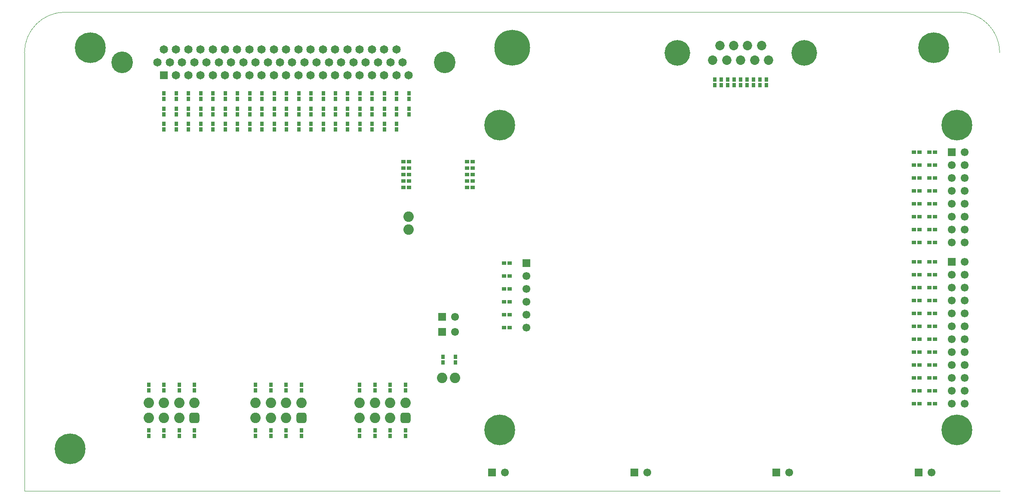
<source format=gbs>
%FSLAX25Y25*%
%MOIN*%
G70*
G01*
G75*
G04 Layer_Color=16711935*
%ADD10R,0.02756X0.03150*%
%ADD11O,0.06890X0.01181*%
%ADD12R,0.12598X0.07874*%
%ADD13R,0.03150X0.02756*%
%ADD14R,0.05118X0.03150*%
%ADD15R,0.05906X0.02362*%
%ADD16O,0.08661X0.02362*%
%ADD17R,0.11000X0.02900*%
%ADD18C,0.01000*%
%ADD19C,0.02000*%
%ADD20C,0.03000*%
%ADD21C,0.01181*%
%ADD22C,0.01800*%
%ADD23C,0.00100*%
%ADD24C,0.07874*%
%ADD25R,0.05906X0.05906*%
%ADD26C,0.05906*%
%ADD27C,0.07087*%
%ADD28C,0.19685*%
%ADD29C,0.16535*%
%ADD30C,0.06299*%
%ADD31R,0.06299X0.06299*%
%ADD32C,0.27559*%
%ADD33C,0.23622*%
%ADD34R,0.05906X0.05906*%
G04:AMPARAMS|DCode=35|XSize=78.74mil|YSize=78.74mil|CornerRadius=19.69mil|HoleSize=0mil|Usage=FLASHONLY|Rotation=0.000|XOffset=0mil|YOffset=0mil|HoleType=Round|Shape=RoundedRectangle|*
%AMROUNDEDRECTD35*
21,1,0.07874,0.03937,0,0,0.0*
21,1,0.03937,0.07874,0,0,0.0*
1,1,0.03937,0.01969,-0.01969*
1,1,0.03937,-0.01969,-0.01969*
1,1,0.03937,-0.01969,0.01969*
1,1,0.03937,0.01969,0.01969*
%
%ADD35ROUNDEDRECTD35*%
%ADD36C,0.02362*%
%ADD37C,0.02756*%
%ADD38C,0.01969*%
%ADD39C,0.03937*%
%ADD40C,0.04000*%
%ADD41C,0.04000*%
%ADD42C,0.00787*%
%ADD43C,0.08331*%
%ADD44C,0.07543*%
%ADD45C,0.08685*%
%ADD46C,0.16520*%
%ADD47C,0.17779*%
%ADD48C,0.16205*%
G04:AMPARAMS|DCode=49|XSize=95.433mil|YSize=95.433mil|CornerRadius=0mil|HoleSize=0mil|Usage=FLASHONLY|Rotation=0.000|XOffset=0mil|YOffset=0mil|HoleType=Round|Shape=Relief|Width=10mil|Gap=10mil|Entries=4|*
%AMTHD49*
7,0,0,0.09543,0.07543,0.01000,45*
%
%ADD49THD49*%
%ADD50C,0.16598*%
%ADD51C,0.07937*%
%ADD52C,0.15811*%
%ADD53C,0.05181*%
G04:AMPARAMS|DCode=54|XSize=71.811mil|YSize=71.811mil|CornerRadius=0mil|HoleSize=0mil|Usage=FLASHONLY|Rotation=0.000|XOffset=0mil|YOffset=0mil|HoleType=Round|Shape=Relief|Width=10mil|Gap=10mil|Entries=4|*
%AMTHD54*
7,0,0,0.07181,0.05181,0.01000,45*
%
%ADD54THD54*%
%ADD55C,0.05969*%
G04:AMPARAMS|DCode=56|XSize=79.685mil|YSize=79.685mil|CornerRadius=0mil|HoleSize=0mil|Usage=FLASHONLY|Rotation=0.000|XOffset=0mil|YOffset=0mil|HoleType=Round|Shape=Relief|Width=10mil|Gap=10mil|Entries=4|*
%AMTHD56*
7,0,0,0.07969,0.05969,0.01000,45*
%
%ADD56THD56*%
%ADD57C,0.01772*%
%ADD58C,0.00984*%
%ADD59C,0.02362*%
%ADD60C,0.00394*%
%ADD61C,0.01575*%
%ADD62C,0.00750*%
%ADD63C,0.00500*%
%ADD64R,0.05800X0.12500*%
%ADD65R,0.02956X0.03350*%
%ADD66O,0.07090X0.01381*%
%ADD67R,0.12798X0.08074*%
%ADD68R,0.03350X0.02956*%
%ADD69R,0.05318X0.03350*%
%ADD70R,0.06106X0.02562*%
%ADD71O,0.08861X0.02562*%
%ADD72R,0.11200X0.03100*%
%ADD73C,0.08074*%
%ADD74R,0.06106X0.06106*%
%ADD75C,0.06106*%
%ADD76C,0.07287*%
%ADD77C,0.19885*%
%ADD78C,0.16735*%
%ADD79C,0.06499*%
%ADD80R,0.06499X0.06499*%
%ADD81C,0.27759*%
%ADD82C,0.23822*%
%ADD83R,0.06106X0.06106*%
%ADD84C,0.00200*%
G04:AMPARAMS|DCode=85|XSize=80.74mil|YSize=80.74mil|CornerRadius=20.69mil|HoleSize=0mil|Usage=FLASHONLY|Rotation=0.000|XOffset=0mil|YOffset=0mil|HoleType=Round|Shape=RoundedRectangle|*
%AMROUNDEDRECTD85*
21,1,0.08074,0.03937,0,0,0.0*
21,1,0.03937,0.08074,0,0,0.0*
1,1,0.04137,0.01969,-0.01969*
1,1,0.04137,-0.01969,-0.01969*
1,1,0.04137,-0.01969,0.01969*
1,1,0.04137,0.01969,0.01969*
%
%ADD85ROUNDEDRECTD85*%
%ADD86C,0.02562*%
D23*
X-12795Y-59055D02*
G03*
X-44291Y-27559I-31496J0D01*
G01*
X-737205Y-27559D02*
G03*
X-768701Y-59055I0J-31496D01*
G01*
X-768701Y-398819D02*
X-12795D01*
X-768701D02*
Y-59055D01*
X-768701Y-59055D02*
X-768701Y-59055D01*
X-737205Y-27559D02*
X-44291D01*
D65*
X-434757Y-299295D02*
D03*
Y-294965D02*
D03*
X-444206Y-299295D02*
D03*
Y-294965D02*
D03*
X-233517Y-84063D02*
D03*
Y-79732D02*
D03*
X-228517Y-84063D02*
D03*
Y-79732D02*
D03*
X-223517Y-84063D02*
D03*
Y-79732D02*
D03*
X-218516Y-84063D02*
D03*
Y-79732D02*
D03*
X-213516Y-84063D02*
D03*
Y-79732D02*
D03*
X-208517Y-84063D02*
D03*
Y-79732D02*
D03*
X-203517Y-84063D02*
D03*
Y-79732D02*
D03*
X-198516Y-84063D02*
D03*
Y-79732D02*
D03*
X-193517Y-84063D02*
D03*
Y-79732D02*
D03*
X-637008Y-356264D02*
D03*
Y-351933D02*
D03*
Y-320831D02*
D03*
Y-316500D02*
D03*
X-648819Y-356264D02*
D03*
Y-351933D02*
D03*
Y-320831D02*
D03*
Y-316500D02*
D03*
X-660630Y-356264D02*
D03*
Y-351933D02*
D03*
Y-320831D02*
D03*
Y-316500D02*
D03*
X-672441Y-356264D02*
D03*
Y-351933D02*
D03*
Y-320831D02*
D03*
Y-316500D02*
D03*
X-554134Y-356264D02*
D03*
Y-351933D02*
D03*
Y-320831D02*
D03*
Y-316500D02*
D03*
X-565945Y-356264D02*
D03*
Y-351933D02*
D03*
Y-320831D02*
D03*
Y-316500D02*
D03*
X-577756Y-356264D02*
D03*
Y-351933D02*
D03*
Y-320831D02*
D03*
Y-316500D02*
D03*
X-589567Y-356264D02*
D03*
Y-351933D02*
D03*
Y-320831D02*
D03*
Y-316500D02*
D03*
X-473425Y-356264D02*
D03*
Y-351933D02*
D03*
Y-320831D02*
D03*
Y-316500D02*
D03*
X-485236Y-356264D02*
D03*
Y-351933D02*
D03*
Y-320831D02*
D03*
Y-316500D02*
D03*
X-497047Y-356264D02*
D03*
Y-351933D02*
D03*
Y-320831D02*
D03*
Y-316500D02*
D03*
X-508858Y-356264D02*
D03*
Y-351933D02*
D03*
Y-320831D02*
D03*
Y-316500D02*
D03*
X-660493Y-106791D02*
D03*
Y-102461D02*
D03*
Y-94980D02*
D03*
Y-90650D02*
D03*
X-651005Y-106791D02*
D03*
Y-102461D02*
D03*
Y-94980D02*
D03*
Y-90650D02*
D03*
X-641516Y-106791D02*
D03*
Y-102461D02*
D03*
Y-94980D02*
D03*
Y-90650D02*
D03*
X-632028Y-106791D02*
D03*
Y-102461D02*
D03*
Y-94980D02*
D03*
Y-90650D02*
D03*
X-622540Y-106791D02*
D03*
Y-102461D02*
D03*
Y-94980D02*
D03*
Y-90650D02*
D03*
X-613052Y-106791D02*
D03*
Y-102461D02*
D03*
Y-94980D02*
D03*
Y-90650D02*
D03*
X-603564Y-106791D02*
D03*
Y-102461D02*
D03*
Y-94980D02*
D03*
Y-90650D02*
D03*
X-594076Y-106791D02*
D03*
Y-102461D02*
D03*
Y-94980D02*
D03*
Y-90650D02*
D03*
X-584587Y-106791D02*
D03*
Y-102461D02*
D03*
Y-94980D02*
D03*
Y-90650D02*
D03*
X-575099Y-106791D02*
D03*
Y-102461D02*
D03*
Y-94980D02*
D03*
Y-90650D02*
D03*
X-565611Y-106791D02*
D03*
Y-102461D02*
D03*
Y-94980D02*
D03*
Y-90650D02*
D03*
X-556123Y-106791D02*
D03*
Y-102461D02*
D03*
Y-94980D02*
D03*
Y-90650D02*
D03*
X-546635Y-106791D02*
D03*
Y-102461D02*
D03*
Y-94980D02*
D03*
Y-90650D02*
D03*
X-537147Y-106791D02*
D03*
Y-102461D02*
D03*
Y-94980D02*
D03*
Y-90650D02*
D03*
X-527658Y-106791D02*
D03*
Y-102461D02*
D03*
Y-94980D02*
D03*
Y-90650D02*
D03*
X-518170Y-106791D02*
D03*
Y-102461D02*
D03*
Y-94980D02*
D03*
Y-90650D02*
D03*
X-508682Y-106791D02*
D03*
Y-102461D02*
D03*
Y-94980D02*
D03*
Y-90650D02*
D03*
X-499194Y-106791D02*
D03*
Y-102461D02*
D03*
Y-94980D02*
D03*
Y-90650D02*
D03*
X-489706Y-106791D02*
D03*
Y-102461D02*
D03*
Y-94980D02*
D03*
Y-90650D02*
D03*
X-480217Y-106791D02*
D03*
Y-102461D02*
D03*
Y-94980D02*
D03*
Y-90650D02*
D03*
X-470729Y-106791D02*
D03*
Y-102461D02*
D03*
Y-94980D02*
D03*
Y-90650D02*
D03*
X-660493Y-118602D02*
D03*
Y-114272D02*
D03*
X-651005Y-118602D02*
D03*
Y-114272D02*
D03*
X-641516Y-118602D02*
D03*
Y-114272D02*
D03*
X-632028Y-118602D02*
D03*
Y-114272D02*
D03*
X-622540Y-118602D02*
D03*
Y-114272D02*
D03*
X-613052Y-118602D02*
D03*
Y-114272D02*
D03*
X-603564Y-118602D02*
D03*
Y-114272D02*
D03*
X-594076Y-118602D02*
D03*
Y-114272D02*
D03*
X-584587Y-118602D02*
D03*
Y-114272D02*
D03*
X-575099Y-118602D02*
D03*
Y-114272D02*
D03*
X-565611Y-118602D02*
D03*
Y-114272D02*
D03*
X-556123Y-118602D02*
D03*
Y-114272D02*
D03*
X-546635Y-118602D02*
D03*
Y-114272D02*
D03*
X-537147Y-118602D02*
D03*
Y-114272D02*
D03*
X-527658Y-118602D02*
D03*
Y-114272D02*
D03*
X-518170Y-118602D02*
D03*
Y-114272D02*
D03*
X-508682Y-118602D02*
D03*
Y-114272D02*
D03*
X-499194Y-118602D02*
D03*
Y-114272D02*
D03*
X-489706Y-118602D02*
D03*
Y-114272D02*
D03*
X-480217Y-118602D02*
D03*
Y-114272D02*
D03*
D68*
X-396875Y-262090D02*
D03*
X-392544D02*
D03*
Y-222091D02*
D03*
X-396875D02*
D03*
X-392544Y-232090D02*
D03*
X-396875D02*
D03*
X-392544Y-242091D02*
D03*
X-396875D02*
D03*
X-392544Y-252091D02*
D03*
X-396875D02*
D03*
X-392544Y-272091D02*
D03*
X-396875D02*
D03*
X-79395Y-281106D02*
D03*
X-75064D02*
D03*
X-79395Y-271106D02*
D03*
X-75064D02*
D03*
X-79395Y-261106D02*
D03*
X-75064D02*
D03*
X-79395Y-251106D02*
D03*
X-75064D02*
D03*
X-79395Y-241106D02*
D03*
X-75064D02*
D03*
X-79395Y-231106D02*
D03*
X-75064D02*
D03*
X-67229Y-241106D02*
D03*
X-62898D02*
D03*
X-67229Y-231106D02*
D03*
X-62898D02*
D03*
X-67229Y-281106D02*
D03*
X-62898D02*
D03*
X-67229Y-271106D02*
D03*
X-62898D02*
D03*
X-67229Y-321106D02*
D03*
X-62898D02*
D03*
X-67229Y-311106D02*
D03*
X-62898D02*
D03*
X-425741Y-163587D02*
D03*
X-421410D02*
D03*
X-425741Y-153587D02*
D03*
X-421410D02*
D03*
X-425741Y-148587D02*
D03*
X-421410D02*
D03*
X-425741Y-143587D02*
D03*
X-421410D02*
D03*
X-79395Y-206106D02*
D03*
X-75064D02*
D03*
X-79395Y-196106D02*
D03*
X-75064D02*
D03*
X-79395Y-186106D02*
D03*
X-75064D02*
D03*
X-79395Y-176106D02*
D03*
X-75064D02*
D03*
X-79395Y-166106D02*
D03*
X-75064D02*
D03*
X-79395Y-156106D02*
D03*
X-75064D02*
D03*
X-79395Y-146106D02*
D03*
X-75064D02*
D03*
X-79395Y-136106D02*
D03*
X-75064D02*
D03*
X-67229Y-206106D02*
D03*
X-62898D02*
D03*
X-67229Y-196106D02*
D03*
X-62898D02*
D03*
X-67229Y-186106D02*
D03*
X-62898D02*
D03*
X-67229Y-176106D02*
D03*
X-62898D02*
D03*
X-67229Y-166106D02*
D03*
X-62898D02*
D03*
X-67229Y-156106D02*
D03*
X-62898D02*
D03*
X-67229Y-146106D02*
D03*
X-62898D02*
D03*
X-67229Y-136106D02*
D03*
X-62898D02*
D03*
X-475150Y-163587D02*
D03*
X-470820D02*
D03*
X-475150Y-153587D02*
D03*
X-470820D02*
D03*
X-475150Y-148587D02*
D03*
X-470820D02*
D03*
X-425741Y-158587D02*
D03*
X-421410D02*
D03*
X-475150D02*
D03*
X-470820D02*
D03*
X-475150Y-143587D02*
D03*
X-470820D02*
D03*
X-79395Y-331106D02*
D03*
X-75064D02*
D03*
X-67229D02*
D03*
X-62898D02*
D03*
X-67229Y-291106D02*
D03*
X-62898D02*
D03*
X-67229Y-251106D02*
D03*
X-62898D02*
D03*
X-67229Y-301106D02*
D03*
X-62898D02*
D03*
X-67229Y-261106D02*
D03*
X-62898D02*
D03*
X-79395Y-221106D02*
D03*
X-75064D02*
D03*
X-67229D02*
D03*
X-62898D02*
D03*
X-79395Y-301106D02*
D03*
X-75064D02*
D03*
X-79395Y-291106D02*
D03*
X-75064D02*
D03*
X-79395Y-311106D02*
D03*
X-75064D02*
D03*
X-79395Y-321106D02*
D03*
X-75064D02*
D03*
D73*
X-470950Y-186189D02*
D03*
Y-196189D02*
D03*
X-444828Y-311067D02*
D03*
X-434828D02*
D03*
X-485236Y-330487D02*
D03*
X-473425D02*
D03*
X-497047D02*
D03*
X-508858D02*
D03*
Y-342287D02*
D03*
X-497047D02*
D03*
X-485236D02*
D03*
X-565945Y-330487D02*
D03*
X-554134D02*
D03*
X-577756D02*
D03*
X-589567D02*
D03*
Y-342287D02*
D03*
X-577756D02*
D03*
X-565945D02*
D03*
X-648819Y-330487D02*
D03*
X-637008D02*
D03*
X-660630D02*
D03*
X-672441D02*
D03*
Y-342287D02*
D03*
X-660630D02*
D03*
X-648819D02*
D03*
D74*
X-75654Y-384492D02*
D03*
X-185891D02*
D03*
X-406363Y-384492D02*
D03*
X-296127Y-384492D02*
D03*
X-445143Y-275634D02*
D03*
X-445044Y-263724D02*
D03*
D75*
X-65654Y-384492D02*
D03*
X-175891D02*
D03*
X-396363Y-384492D02*
D03*
X-286127Y-384492D02*
D03*
X-435143Y-275634D02*
D03*
X-435044Y-263724D02*
D03*
X-379710Y-232090D02*
D03*
Y-242091D02*
D03*
Y-252091D02*
D03*
Y-262090D02*
D03*
Y-272091D02*
D03*
X-50064Y-321106D02*
D03*
Y-331106D02*
D03*
Y-291106D02*
D03*
Y-301106D02*
D03*
Y-311106D02*
D03*
Y-271106D02*
D03*
Y-281106D02*
D03*
Y-261106D02*
D03*
Y-251106D02*
D03*
Y-241106D02*
D03*
X-40064Y-271106D02*
D03*
X-50064Y-231106D02*
D03*
X-40064Y-331106D02*
D03*
Y-311106D02*
D03*
Y-321106D02*
D03*
Y-301106D02*
D03*
Y-281106D02*
D03*
Y-291106D02*
D03*
Y-241106D02*
D03*
Y-261106D02*
D03*
Y-221106D02*
D03*
Y-251106D02*
D03*
Y-231106D02*
D03*
Y-136106D02*
D03*
X-50064Y-146106D02*
D03*
X-40064D02*
D03*
X-50064Y-156106D02*
D03*
X-40064D02*
D03*
X-50064Y-166106D02*
D03*
X-40064D02*
D03*
X-50064Y-176106D02*
D03*
X-40064D02*
D03*
X-50064Y-186106D02*
D03*
X-40064D02*
D03*
X-50064Y-196106D02*
D03*
X-40064D02*
D03*
X-50064Y-206106D02*
D03*
X-40064D02*
D03*
D76*
X-197409Y-53479D02*
D03*
X-208209D02*
D03*
X-219009D02*
D03*
X-229809D02*
D03*
X-192009Y-64679D02*
D03*
X-202810D02*
D03*
X-213610D02*
D03*
X-224410D02*
D03*
X-235209D02*
D03*
D77*
X-262809Y-59079D02*
D03*
X-164409D02*
D03*
D78*
X-693048Y-66512D02*
D03*
X-443048D02*
D03*
D79*
X-470883Y-76512D02*
D03*
X-480371D02*
D03*
X-489859D02*
D03*
X-499465D02*
D03*
X-508954D02*
D03*
X-518442D02*
D03*
X-527930D02*
D03*
X-537418D02*
D03*
X-546906D02*
D03*
X-556394D02*
D03*
X-565883D02*
D03*
X-575371D02*
D03*
X-584859D02*
D03*
X-594347D02*
D03*
X-603835D02*
D03*
X-613324D02*
D03*
X-622812D02*
D03*
X-632300D02*
D03*
X-641788D02*
D03*
X-651276D02*
D03*
X-665528Y-66512D02*
D03*
X-651276Y-56512D02*
D03*
X-660765D02*
D03*
X-641788D02*
D03*
X-632300D02*
D03*
X-622812D02*
D03*
X-613324D02*
D03*
X-603835D02*
D03*
X-594347D02*
D03*
X-584859D02*
D03*
X-575371D02*
D03*
X-565883D02*
D03*
X-556394D02*
D03*
X-546906D02*
D03*
X-537418D02*
D03*
X-527930D02*
D03*
X-518442D02*
D03*
X-508954D02*
D03*
X-499465D02*
D03*
X-489859D02*
D03*
X-480371D02*
D03*
X-475646Y-66512D02*
D03*
X-485135D02*
D03*
X-494741D02*
D03*
X-504229D02*
D03*
X-513717D02*
D03*
X-523206D02*
D03*
X-532694D02*
D03*
X-542182D02*
D03*
X-551670D02*
D03*
X-561158D02*
D03*
X-570646D02*
D03*
X-580135D02*
D03*
X-589623D02*
D03*
X-599111D02*
D03*
X-608599D02*
D03*
X-618087D02*
D03*
X-627576D02*
D03*
X-637064D02*
D03*
X-656040D02*
D03*
X-646552D02*
D03*
D80*
X-660765Y-76512D02*
D03*
D81*
X-390748Y-55118D02*
D03*
D82*
X-717520D02*
D03*
X-63976Y-55118D02*
D03*
X-733268Y-366142D02*
D03*
X-46048Y-351421D02*
D03*
X-400379Y-115201D02*
D03*
X-46048D02*
D03*
X-400379Y-351421D02*
D03*
D83*
X-379710Y-222091D02*
D03*
X-50064Y-221106D02*
D03*
Y-136106D02*
D03*
D84*
X-500354Y-375787D02*
D03*
X-481929D02*
D03*
X-581063D02*
D03*
X-562638D02*
D03*
X-663937D02*
D03*
X-645512D02*
D03*
D85*
X-473425Y-342287D02*
D03*
X-554134D02*
D03*
X-637008D02*
D03*
M02*

</source>
